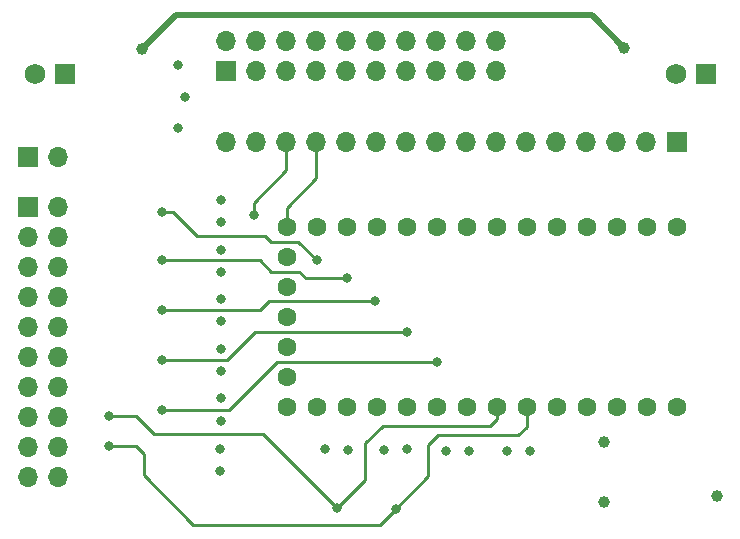
<source format=gbr>
%TF.GenerationSoftware,KiCad,Pcbnew,6.0.11-3.fc37*%
%TF.CreationDate,2024-04-07T15:32:32-04:00*%
%TF.ProjectId,Controller_T4,436f6e74-726f-46c6-9c65-725f54342e6b,rev?*%
%TF.SameCoordinates,Original*%
%TF.FileFunction,Copper,L4,Bot*%
%TF.FilePolarity,Positive*%
%FSLAX46Y46*%
G04 Gerber Fmt 4.6, Leading zero omitted, Abs format (unit mm)*
G04 Created by KiCad (PCBNEW 6.0.11-3.fc37) date 2024-04-07 15:32:32*
%MOMM*%
%LPD*%
G01*
G04 APERTURE LIST*
%TA.AperFunction,ComponentPad*%
%ADD10R,1.700000X1.700000*%
%TD*%
%TA.AperFunction,ComponentPad*%
%ADD11O,1.700000X1.700000*%
%TD*%
%TA.AperFunction,ComponentPad*%
%ADD12C,1.600000*%
%TD*%
%TA.AperFunction,ComponentPad*%
%ADD13R,1.755000X1.755000*%
%TD*%
%TA.AperFunction,ComponentPad*%
%ADD14C,1.755000*%
%TD*%
%TA.AperFunction,ViaPad*%
%ADD15C,0.800000*%
%TD*%
%TA.AperFunction,ViaPad*%
%ADD16C,1.000000*%
%TD*%
%TA.AperFunction,Conductor*%
%ADD17C,0.250000*%
%TD*%
%TA.AperFunction,Conductor*%
%ADD18C,0.500000*%
%TD*%
G04 APERTURE END LIST*
D10*
%TO.P,J3,1,Pin_1*%
%TO.N,Earth*%
X160945000Y-94000000D03*
D11*
%TO.P,J3,2,Pin_2*%
%TO.N,Net-(J3-Pad2)*%
X158390000Y-94000000D03*
%TO.P,J3,3,Pin_3*%
%TO.N,Net-(J3-Pad3)*%
X155850000Y-94000000D03*
%TO.P,J3,4,Pin_4*%
%TO.N,Net-(J3-Pad4)*%
X153310000Y-94000000D03*
%TO.P,J3,5,Pin_5*%
%TO.N,Net-(J3-Pad5)*%
X150770000Y-94000000D03*
%TO.P,J3,6,Pin_6*%
%TO.N,Earth*%
X148230000Y-94000000D03*
%TO.P,J3,7,Pin_7*%
%TO.N,CCD:CLK*%
X145690000Y-94000000D03*
%TO.P,J3,8,Pin_8*%
%TO.N,CCD:ICG*%
X143150000Y-94000000D03*
%TO.P,J3,9,Pin_9*%
%TO.N,CCD:SH*%
X140610000Y-94000000D03*
%TO.P,J3,10,Pin_10*%
%TO.N,CCD:SPR*%
X138070000Y-94000000D03*
%TO.P,J3,11,Pin_11*%
%TO.N,Net-(J3-Pad11)*%
X135530000Y-94000000D03*
%TO.P,J3,12,Pin_12*%
%TO.N,SPI:CS_CNVST*%
X132990000Y-94000000D03*
%TO.P,J3,13,Pin_13*%
%TO.N,SPI:SDO*%
X130450000Y-94000000D03*
%TO.P,J3,14,Pin_14*%
%TO.N,SPI:CLK*%
X127910000Y-94000000D03*
%TO.P,J3,15,Pin_15*%
%TO.N,SPI:SDI*%
X125370000Y-94000000D03*
%TO.P,J3,16,Pin_16*%
%TO.N,Earth*%
X122830000Y-94000000D03*
%TD*%
D12*
%TO.P,U1,1,GND*%
%TO.N,Earth*%
X160945000Y-101160000D03*
%TO.P,U1,2,0_RX1_CRX2_CS1*%
%TO.N,Net-(R17-Pad2)*%
X158405000Y-101160000D03*
%TO.P,U1,3,1_TX1_CTX2_MISO1*%
%TO.N,Net-(R18-Pad2)*%
X155865000Y-101160000D03*
%TO.P,U1,4,2_OUT2*%
%TO.N,Net-(R22-Pad2)*%
X153325000Y-101160000D03*
%TO.P,U1,5,3_LRCLK2*%
%TO.N,Net-(R19-Pad2)*%
X150785000Y-101160000D03*
%TO.P,U1,6,4_BCLK2*%
%TO.N,Net-(R20-Pad2)*%
X148245000Y-101160000D03*
%TO.P,U1,7,5_IN2*%
X145705000Y-101160000D03*
%TO.P,U1,8,6_OUT1D*%
%TO.N,Net-(R16-Pad2)*%
X143165000Y-101160000D03*
%TO.P,U1,9,7_RX2_OUT1A*%
%TO.N,Net-(R13-Pad2)*%
X140625000Y-101160000D03*
%TO.P,U1,10,8_TX2_IN1*%
%TO.N,Net-(R21-Pad2)*%
X138085000Y-101160000D03*
%TO.P,U1,11,9_OUT1C*%
%TO.N,Net-(R23-Pad2)*%
X135545000Y-101160000D03*
%TO.P,U1,12,10_CS_MQSR*%
%TO.N,Net-(R15-Pad2)*%
X133005000Y-101160000D03*
%TO.P,U1,13,11_MOSI_CTX1*%
%TO.N,Net-(R12-Pad2)*%
X130465000Y-101160000D03*
%TO.P,U1,14,12_MISO_MQSL*%
%TO.N,SPI:SDO*%
X127925000Y-101160000D03*
%TO.P,U1,15,VBAT*%
%TO.N,unconnected-(U1-Pad15)*%
X127925000Y-103700000D03*
%TO.P,U1,16,3V3*%
%TO.N,unconnected-(U1-Pad16)*%
X127925000Y-106240000D03*
%TO.P,U1,17,GND*%
%TO.N,unconnected-(U1-Pad17)*%
X127925000Y-108780000D03*
%TO.P,U1,18,PROGRAM*%
%TO.N,unconnected-(U1-Pad18)*%
X127925000Y-111320000D03*
%TO.P,U1,19,ON_OFF*%
%TO.N,unconnected-(U1-Pad19)*%
X127925000Y-113860000D03*
%TO.P,U1,20,13_SCK_CRX1_LED*%
%TO.N,Net-(R14-Pad2)*%
X127925000Y-116400000D03*
%TO.P,U1,21,14_A0_TX3_SPDIF_OUT*%
%TO.N,Net-(D2-Pad3)*%
X130465000Y-116400000D03*
%TO.P,U1,22,15_A1_RX3_SPDIF_IN*%
%TO.N,Net-(D4-Pad3)*%
X133005000Y-116400000D03*
%TO.P,U1,23,16_A2_RX4_SCL1*%
%TO.N,Net-(D6-Pad3)*%
X135545000Y-116400000D03*
%TO.P,U1,24,17_A3_TX4_SDA1*%
%TO.N,Net-(D8-Pad3)*%
X138085000Y-116400000D03*
%TO.P,U1,25,18_A4_SDA0*%
%TO.N,Net-(D1-Pad3)*%
X140625000Y-116400000D03*
%TO.P,U1,26,19_A5_SCL0*%
%TO.N,Net-(D3-Pad3)*%
X143165000Y-116400000D03*
%TO.P,U1,27,20_A6_TX5_LRCLK1*%
%TO.N,Net-(D5-Pad3)*%
X145705000Y-116400000D03*
%TO.P,U1,28,21_A7_RX5_BCLK1*%
%TO.N,Net-(D7-Pad3)*%
X148245000Y-116400000D03*
%TO.P,U1,29,22_A8_CTX1*%
%TO.N,Net-(D10-Pad3)*%
X150785000Y-116400000D03*
%TO.P,U1,30,23_A9_CRX1_MCLK1*%
%TO.N,Net-(D9-Pad3)*%
X153325000Y-116400000D03*
%TO.P,U1,31,3V3*%
%TO.N,+3.3V*%
X155865000Y-116400000D03*
%TO.P,U1,32,GND*%
%TO.N,Earth*%
X158405000Y-116400000D03*
%TO.P,U1,33,VIN*%
%TO.N,Net-(C1-Pad1)*%
X160945000Y-116400000D03*
%TD*%
D10*
%TO.P,J1,1,Pin_1*%
%TO.N,Net-(J1-Pad1)*%
X106000000Y-99500000D03*
D11*
%TO.P,J1,2,Pin_2*%
%TO.N,Earth*%
X108540000Y-99500000D03*
%TO.P,J1,3,Pin_3*%
%TO.N,Net-(J1-Pad3)*%
X106000000Y-102040000D03*
%TO.P,J1,4,Pin_4*%
%TO.N,Earth*%
X108540000Y-102040000D03*
%TO.P,J1,5,Pin_5*%
%TO.N,Net-(J1-Pad5)*%
X106000000Y-104580000D03*
%TO.P,J1,6,Pin_6*%
%TO.N,Earth*%
X108540000Y-104580000D03*
%TO.P,J1,7,Pin_7*%
%TO.N,Net-(J1-Pad7)*%
X106000000Y-107120000D03*
%TO.P,J1,8,Pin_8*%
%TO.N,Earth*%
X108540000Y-107120000D03*
%TO.P,J1,9,Pin_9*%
%TO.N,Net-(J1-Pad9)*%
X106000000Y-109660000D03*
%TO.P,J1,10,Pin_10*%
%TO.N,Earth*%
X108540000Y-109660000D03*
%TO.P,J1,11,Pin_11*%
%TO.N,Net-(J1-Pad11)*%
X106000000Y-112200000D03*
%TO.P,J1,12,Pin_12*%
%TO.N,Earth*%
X108540000Y-112200000D03*
%TO.P,J1,13,Pin_13*%
%TO.N,Net-(J1-Pad13)*%
X106000000Y-114740000D03*
%TO.P,J1,14,Pin_14*%
%TO.N,Earth*%
X108540000Y-114740000D03*
%TO.P,J1,15,Pin_15*%
%TO.N,Net-(J1-Pad15)*%
X106000000Y-117280000D03*
%TO.P,J1,16,Pin_16*%
%TO.N,Earth*%
X108540000Y-117280000D03*
%TO.P,J1,17,Pin_17*%
%TO.N,Net-(J1-Pad17)*%
X106000000Y-119820000D03*
%TO.P,J1,18,Pin_18*%
%TO.N,Earth*%
X108540000Y-119820000D03*
%TO.P,J1,19,Pin_19*%
%TO.N,Net-(J1-Pad19)*%
X106000000Y-122360000D03*
%TO.P,J1,20,Pin_20*%
%TO.N,Earth*%
X108540000Y-122360000D03*
%TD*%
D10*
%TO.P,J6,1,Pin_1*%
%TO.N,/Vrefout*%
X106000000Y-95250000D03*
D11*
%TO.P,J6,2,Pin_2*%
%TO.N,Earth*%
X108540000Y-95250000D03*
%TD*%
D13*
%TO.P,J4,1,1*%
%TO.N,+3.3V*%
X109145000Y-88250000D03*
D14*
%TO.P,J4,2,2*%
%TO.N,Earth*%
X106605000Y-88250000D03*
%TD*%
D10*
%TO.P,J2,1,Pin_1*%
%TO.N,+3.3V*%
X122830000Y-87940000D03*
D11*
%TO.P,J2,2,Pin_2*%
%TO.N,Earth*%
X122830000Y-85400000D03*
%TO.P,J2,3,Pin_3*%
%TO.N,SPI:SDI*%
X125370000Y-87940000D03*
%TO.P,J2,4,Pin_4*%
%TO.N,Earth*%
X125370000Y-85400000D03*
%TO.P,J2,5,Pin_5*%
%TO.N,SPI:CLK*%
X127910000Y-87940000D03*
%TO.P,J2,6,Pin_6*%
%TO.N,Earth*%
X127910000Y-85400000D03*
%TO.P,J2,7,Pin_7*%
%TO.N,SPI:SDO*%
X130450000Y-87940000D03*
%TO.P,J2,8,Pin_8*%
%TO.N,Earth*%
X130450000Y-85400000D03*
%TO.P,J2,9,Pin_9*%
%TO.N,SPI:CS_CNVST*%
X132990000Y-87940000D03*
%TO.P,J2,10,Pin_10*%
%TO.N,Earth*%
X132990000Y-85400000D03*
%TO.P,J2,11,Pin_11*%
%TO.N,+3.3V*%
X135530000Y-87940000D03*
%TO.P,J2,12,Pin_12*%
%TO.N,Earth*%
X135530000Y-85400000D03*
%TO.P,J2,13,Pin_13*%
%TO.N,CCD:SPR*%
X138070000Y-87940000D03*
%TO.P,J2,14,Pin_14*%
%TO.N,Earth*%
X138070000Y-85400000D03*
%TO.P,J2,15,Pin_15*%
%TO.N,CCD:SH*%
X140610000Y-87940000D03*
%TO.P,J2,16,Pin_16*%
%TO.N,Earth*%
X140610000Y-85400000D03*
%TO.P,J2,17,Pin_17*%
%TO.N,CCD:ICG*%
X143150000Y-87940000D03*
%TO.P,J2,18,Pin_18*%
%TO.N,Earth*%
X143150000Y-85400000D03*
%TO.P,J2,19,Pin_19*%
%TO.N,CCD:CLK*%
X145690000Y-87940000D03*
%TO.P,J2,20,Pin_20*%
%TO.N,Earth*%
X145690000Y-85400000D03*
%TD*%
D13*
%TO.P,J5,1,1*%
%TO.N,+5V*%
X163395000Y-88250000D03*
D14*
%TO.P,J5,2,2*%
%TO.N,Earth*%
X160855000Y-88250000D03*
%TD*%
D15*
%TO.N,Net-(D2-Pad3)*%
X130475000Y-103975000D03*
X117357500Y-99885000D03*
%TO.N,Earth*%
X143341875Y-120157500D03*
D16*
X154760000Y-119350000D03*
D15*
X122337500Y-104970000D03*
X122337500Y-117600000D03*
X148511875Y-120147500D03*
X138111875Y-120007500D03*
X122337500Y-100770000D03*
X118720000Y-87460000D03*
X118720000Y-92810000D03*
X122337500Y-113370000D03*
D16*
X164340000Y-123930000D03*
D15*
X122310000Y-121850000D03*
X133101875Y-120077500D03*
X119330000Y-90150000D03*
X122337500Y-109140000D03*
%TO.N,Net-(D4-Pad3)*%
X133000000Y-105500000D03*
X117357500Y-104010000D03*
%TO.N,Net-(D6-Pad3)*%
X117357500Y-108235000D03*
X135420000Y-107490000D03*
%TO.N,Net-(D8-Pad3)*%
X138085000Y-110055000D03*
X117357500Y-112425000D03*
D16*
%TO.N,+5V*%
X154780000Y-124440000D03*
X115670000Y-86110000D03*
X156500000Y-86000000D03*
D15*
%TO.N,+3.3V*%
X141445625Y-120147500D03*
X146610000Y-120157500D03*
X122337500Y-111510000D03*
X136203750Y-120077500D03*
X122337500Y-103100000D03*
X131181875Y-120017500D03*
X122322500Y-119980000D03*
X122337500Y-98930000D03*
X122337500Y-107290000D03*
X122337500Y-115680000D03*
%TO.N,Net-(D1-Pad3)*%
X140625000Y-112605000D03*
X117357500Y-116690000D03*
%TO.N,Net-(D5-Pad3)*%
X112860000Y-117200000D03*
X132181875Y-125007500D03*
%TO.N,Net-(D7-Pad3)*%
X112850000Y-119740000D03*
X137163750Y-125057500D03*
%TO.N,SPI:CLK*%
X125150000Y-100140000D03*
%TD*%
D17*
%TO.N,Net-(D2-Pad3)*%
X118285000Y-99885000D02*
X117357500Y-99885000D01*
X120310000Y-101910000D02*
X118285000Y-99885000D01*
X130475000Y-103975000D02*
X128930000Y-102430000D01*
X126070000Y-101910000D02*
X120310000Y-101910000D01*
X126590000Y-102430000D02*
X126070000Y-101910000D01*
X128930000Y-102430000D02*
X126590000Y-102430000D01*
%TO.N,Net-(D4-Pad3)*%
X126620000Y-104960000D02*
X125670000Y-104010000D01*
X129540000Y-105510000D02*
X128990000Y-104960000D01*
X125670000Y-104010000D02*
X117357500Y-104010000D01*
X133000000Y-105500000D02*
X132990000Y-105510000D01*
X132990000Y-105510000D02*
X129540000Y-105510000D01*
X128990000Y-104960000D02*
X126620000Y-104960000D01*
%TO.N,Net-(D6-Pad3)*%
X126400000Y-107490000D02*
X125655000Y-108235000D01*
X135420000Y-107490000D02*
X126400000Y-107490000D01*
X125655000Y-108235000D02*
X117357500Y-108235000D01*
%TO.N,Net-(D8-Pad3)*%
X125250000Y-110050000D02*
X122875000Y-112425000D01*
X122875000Y-112425000D02*
X117357500Y-112425000D01*
X138085000Y-110055000D02*
X136775000Y-110055000D01*
X136775000Y-110055000D02*
X136770000Y-110050000D01*
X136770000Y-110050000D02*
X125250000Y-110050000D01*
D18*
%TO.N,+5V*%
X153750000Y-83250000D02*
X156500000Y-86000000D01*
X118640000Y-83250000D02*
X118530000Y-83250000D01*
X118640000Y-83250000D02*
X153750000Y-83250000D01*
X118530000Y-83250000D02*
X115670000Y-86110000D01*
D17*
%TO.N,Net-(D1-Pad3)*%
X127120000Y-112590000D02*
X123020000Y-116690000D01*
X123020000Y-116690000D02*
X117357500Y-116690000D01*
X140610000Y-112590000D02*
X127120000Y-112590000D01*
X140625000Y-112605000D02*
X140610000Y-112590000D01*
%TO.N,Net-(D5-Pad3)*%
X134580000Y-122609375D02*
X134580000Y-119480000D01*
X116670000Y-118740000D02*
X125914375Y-118740000D01*
X132181875Y-125007500D02*
X134580000Y-122609375D01*
X145705000Y-117475000D02*
X145705000Y-116400000D01*
X112860000Y-117200000D02*
X115130000Y-117200000D01*
X125914375Y-118740000D02*
X132181875Y-125007500D01*
X136050000Y-118010000D02*
X145170000Y-118010000D01*
X115130000Y-117200000D02*
X116670000Y-118740000D01*
X145170000Y-118010000D02*
X145705000Y-117475000D01*
X134580000Y-119480000D02*
X136050000Y-118010000D01*
%TO.N,Net-(D7-Pad3)*%
X147520000Y-118840000D02*
X148245000Y-118115000D01*
X139930000Y-119610000D02*
X140700000Y-118840000D01*
X115170000Y-119740000D02*
X115850000Y-120420000D01*
X148245000Y-118115000D02*
X148245000Y-116400000D01*
X140700000Y-118840000D02*
X147520000Y-118840000D01*
X115850000Y-120420000D02*
X115850000Y-122190000D01*
X115850000Y-122190000D02*
X115820000Y-122220000D01*
X135831250Y-126390000D02*
X137163750Y-125057500D01*
X112850000Y-119740000D02*
X115170000Y-119740000D01*
X115820000Y-122220000D02*
X119990000Y-126390000D01*
X137163750Y-125057500D02*
X139930000Y-122291250D01*
X139930000Y-122291250D02*
X139930000Y-119610000D01*
X119990000Y-126390000D02*
X135831250Y-126390000D01*
%TO.N,SPI:CLK*%
X127910000Y-96360000D02*
X127910000Y-94000000D01*
X125150000Y-99120000D02*
X127910000Y-96360000D01*
X125150000Y-100140000D02*
X125150000Y-99120000D01*
%TO.N,SPI:SDO*%
X130450000Y-97020000D02*
X130450000Y-94000000D01*
X127925000Y-99545000D02*
X130450000Y-97020000D01*
X127925000Y-101160000D02*
X127925000Y-99545000D01*
%TD*%
M02*

</source>
